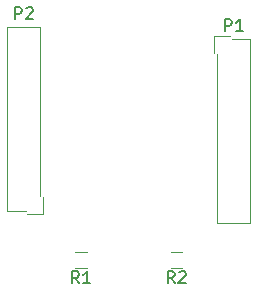
<source format=gto>
G04 #@! TF.FileFunction,Legend,Top*
%FSLAX46Y46*%
G04 Gerber Fmt 4.6, Leading zero omitted, Abs format (unit mm)*
G04 Created by KiCad (PCBNEW 4.0.4-stable) date 12/02/17 16:31:00*
%MOMM*%
%LPD*%
G01*
G04 APERTURE LIST*
%ADD10C,0.100000*%
%ADD11C,0.120000*%
%ADD12C,0.150000*%
G04 APERTURE END LIST*
D10*
D11*
X153142000Y-117012000D02*
X152142000Y-117012000D01*
X152142000Y-115652000D02*
X153142000Y-115652000D01*
X157310000Y-97640000D02*
X158900000Y-97640000D01*
X158900000Y-97640000D02*
X158900000Y-113180000D01*
X158900000Y-113180000D02*
X156060000Y-113180000D01*
X156060000Y-113180000D02*
X156060000Y-98890000D01*
X157210000Y-97390000D02*
X155810000Y-97390000D01*
X155810000Y-97390000D02*
X155810000Y-98790000D01*
X139870000Y-112164000D02*
X138280000Y-112164000D01*
X138280000Y-112164000D02*
X138280000Y-96624000D01*
X138280000Y-96624000D02*
X141120000Y-96624000D01*
X141120000Y-96624000D02*
X141120000Y-110914000D01*
X139970000Y-112414000D02*
X141370000Y-112414000D01*
X141370000Y-112414000D02*
X141370000Y-111014000D01*
X145038000Y-117012000D02*
X144038000Y-117012000D01*
X144038000Y-115652000D02*
X145038000Y-115652000D01*
D12*
X152475334Y-118308381D02*
X152142000Y-117832190D01*
X151903905Y-118308381D02*
X151903905Y-117308381D01*
X152284858Y-117308381D01*
X152380096Y-117356000D01*
X152427715Y-117403619D01*
X152475334Y-117498857D01*
X152475334Y-117641714D01*
X152427715Y-117736952D01*
X152380096Y-117784571D01*
X152284858Y-117832190D01*
X151903905Y-117832190D01*
X152856286Y-117403619D02*
X152903905Y-117356000D01*
X152999143Y-117308381D01*
X153237239Y-117308381D01*
X153332477Y-117356000D01*
X153380096Y-117403619D01*
X153427715Y-117498857D01*
X153427715Y-117594095D01*
X153380096Y-117736952D01*
X152808667Y-118308381D01*
X153427715Y-118308381D01*
X156741905Y-96972381D02*
X156741905Y-95972381D01*
X157122858Y-95972381D01*
X157218096Y-96020000D01*
X157265715Y-96067619D01*
X157313334Y-96162857D01*
X157313334Y-96305714D01*
X157265715Y-96400952D01*
X157218096Y-96448571D01*
X157122858Y-96496190D01*
X156741905Y-96496190D01*
X158265715Y-96972381D02*
X157694286Y-96972381D01*
X157980000Y-96972381D02*
X157980000Y-95972381D01*
X157884762Y-96115238D01*
X157789524Y-96210476D01*
X157694286Y-96258095D01*
X138961905Y-95956381D02*
X138961905Y-94956381D01*
X139342858Y-94956381D01*
X139438096Y-95004000D01*
X139485715Y-95051619D01*
X139533334Y-95146857D01*
X139533334Y-95289714D01*
X139485715Y-95384952D01*
X139438096Y-95432571D01*
X139342858Y-95480190D01*
X138961905Y-95480190D01*
X139914286Y-95051619D02*
X139961905Y-95004000D01*
X140057143Y-94956381D01*
X140295239Y-94956381D01*
X140390477Y-95004000D01*
X140438096Y-95051619D01*
X140485715Y-95146857D01*
X140485715Y-95242095D01*
X140438096Y-95384952D01*
X139866667Y-95956381D01*
X140485715Y-95956381D01*
X144371334Y-118308381D02*
X144038000Y-117832190D01*
X143799905Y-118308381D02*
X143799905Y-117308381D01*
X144180858Y-117308381D01*
X144276096Y-117356000D01*
X144323715Y-117403619D01*
X144371334Y-117498857D01*
X144371334Y-117641714D01*
X144323715Y-117736952D01*
X144276096Y-117784571D01*
X144180858Y-117832190D01*
X143799905Y-117832190D01*
X145323715Y-118308381D02*
X144752286Y-118308381D01*
X145038000Y-118308381D02*
X145038000Y-117308381D01*
X144942762Y-117451238D01*
X144847524Y-117546476D01*
X144752286Y-117594095D01*
M02*

</source>
